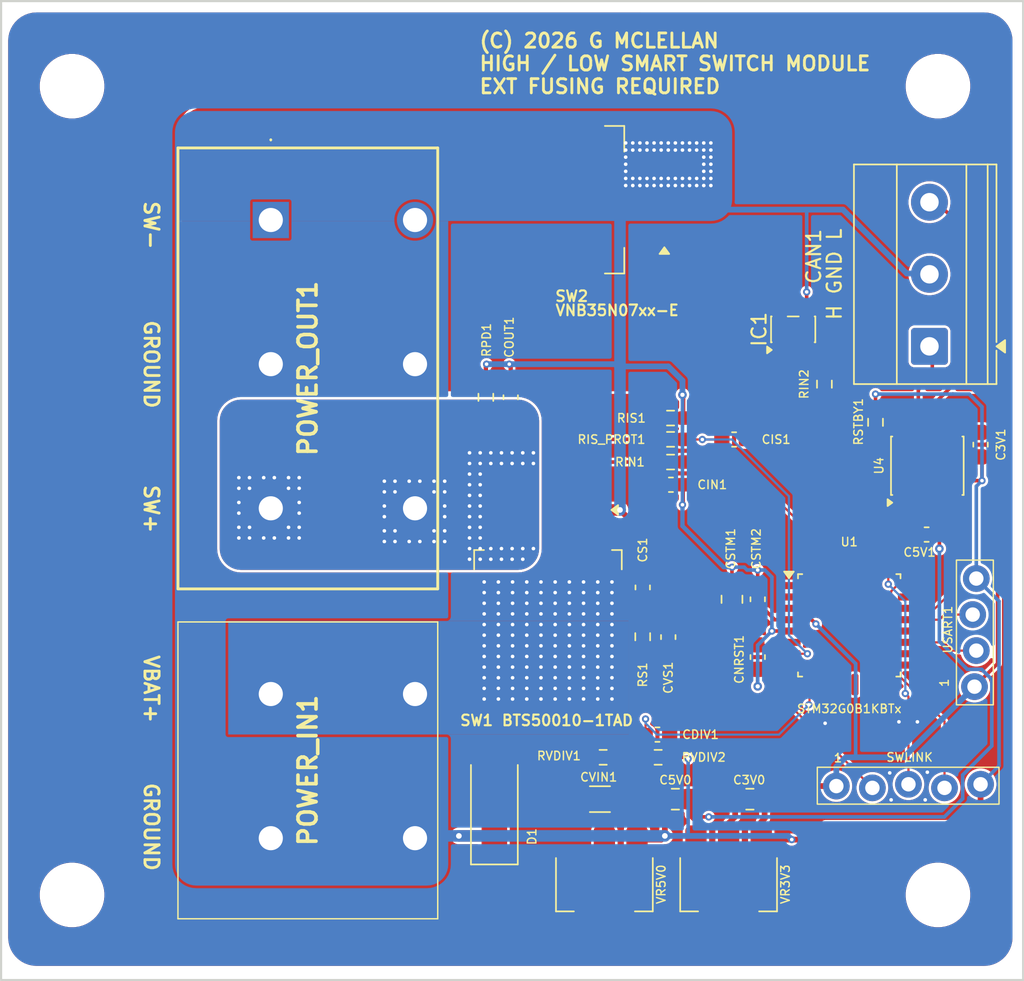
<source format=kicad_pcb>
(kicad_pcb (version 20241229) (generator "pcbnew") (generator_version "9.0")
  (layers (0 "F.Cu" signal) (2 "B.Cu" signal) (13 "F.Paste" user) (15 "B.Paste" user) (5 "F.SilkS" user "F.Silkscreen") (7 "B.SilkS" user "B.Silkscreen") (1 "F.Mask" user) (3 "B.Mask" user) (25 "Edge.Cuts" user))
  (net 0 "")
  (net 1 "GND")
  (net 2 "+3.3V")
  (net 3 "Net-(CS1-Pad1)")
  (net 4 "+12V")
  (net 5 "+5V")
  (net 6 "Net-(U4-STBY)")
  (net 7 "/SW1OUT")
  (net 8 "/SW1IS_PD")
  (net 9 "/SW1IN")
  (net 10 "/LOWSW")
  (net 11 "Net-(SW1-IN)")
  (net 12 "/SW2OUT")
  (net 13 "Net-(IC1-IN)")
  (net 15 "/SW2IN")
  (net 16 "/SW1IS")
  (net 19 "/CAN1_RX")
  (net 20 "/USART1_RX")
  (net 22 "/VS")
  (net 25 "/CAN1_TX")
  (net 39 "/USART1_TX")
  (net 41 "/CAN_H")
  (net 42 "/CAN_L")
  (net 43 "/SWCLK")
  (net 44 "/SWDIO")
  (net 45 "/NRST")
  (footprint "Resistor_SMD:R_0603_1608Metric_Pad0.98x0.95mm_HandSolder" (layer "F.Cu") (at 128.1625 98.49 180)
    (property "Reference" "RIN1")
    (property "Value" "4K7" (hide yes))
  )
  (footprint "Capacitor_SMD:C_0805_2012Metric_Pad1.18x1.45mm_HandSolder" (layer "F.Cu") (at 132.4875 108.1625 90)
    (property "Reference" "CSTM1")
    (property "Value" "4u7" (hide yes))
  )
  (footprint "Resistor_SMD:R_0603_1608Metric_Pad0.98x0.95mm_HandSolder" (layer "F.Cu") (at 127.2875 119.3 180)
    (property "Reference" "RVDIV2")
    (property "Value" "4K7" (hide yes))
  )
  (footprint "SamacSys_Parts:VP0265840000G" (layer "F.Cu") (at 100 114.84 -90)
    (property "Reference" "POWER_IN1")
    (property "Value" "PWRIN" (hide yes))
  )
  (footprint "Capacitor_SMD:C_1206_3216Metric_Pad1.33x1.80mm_HandSolder" (layer "F.Cu") (at 123.1875 122.25)
    (property "Reference" "CVIN1")
    (property "Value" "10u" (hide yes))
  )
  (footprint "Package_TO_SOT_SMD:TO-263-7_TabPin4" (layer "F.Cu") (at 119.525 109.515 -90)
    (property "Reference" "SW1")
    (property "Value" "BTS50010-1TAD")
  )
  (footprint "Capacitor_SMD:C_0603_1608Metric_Pad1.08x0.95mm_HandSolder" (layer "F.Cu") (at 132.6375 96.9)
    (property "Reference" "CIS1")
    (property "Value" "100n" (hide yes))
  )
  (footprint "Package_QFP:LQFP-32_7x7mm_P0.8mm" (layer "F.Cu") (at 140.75 110)
    (property "Reference" "U1")
    (property "Value" "STM32G0B1KBTx")
  )
  (footprint "Capacitor_SMD:C_0603_1608Metric_Pad1.08x0.95mm_HandSolder" (layer "F.Cu") (at 134.3 108.1625 90)
    (property "Reference" "CSTM2")
    (property "Value" "100n" (hide yes))
  )
  (footprint "Resistor_SMD:R_0603_1608Metric_Pad0.98x0.95mm_HandSolder" (layer "F.Cu") (at 123.4125 119.3 180)
    (property "Reference" "RVDIV1")
    (property "Value" "10K" (hide yes))
  )
  (footprint "Capacitor_SMD:C_0603_1608Metric_Pad1.08x0.95mm_HandSolder" (layer "F.Cu") (at 127.2375 117.7)
    (property "Reference" "CDIV1")
    (property "Value" "100n" (hide yes))
  )
  (footprint "MountingHole:MountingHole_4.3mm_M4" (layer "F.Cu") (at 147 129)
    (property "Reference" "H4" (hide yes))
    (property "Value" "M4 4.3mm" (hide yes))
  )
  (footprint "PCM_SparkFun-Semiconductor-Standard:SOT-223-3_TabPin2" (layer "F.Cu") (at 132.25 128.25 -90)
    (property "Reference" "VR3V3")
    (property "Value" "NCV1117ST33" (hide yes))
  )
  (footprint "Resistor_SMD:R_0603_1608Metric_Pad0.98x0.95mm_HandSolder" (layer "F.Cu") (at 115.15 93.9275 -90)
    (property "Reference" "RPD1")
    (property "Value" "47K" (hide yes))
  )
  (footprint "Capacitor_SMD:C_0603_1608Metric_Pad1.08x0.95mm_HandSolder" (layer "F.Cu") (at 116.9 93.9275 90)
    (property "Reference" "COUT1")
    (property "Value" "10n" (hide yes))
  )
  (footprint "Resistor_SMD:R_0603_1608Metric_Pad0.98x0.95mm_HandSolder" (layer "F.Cu") (at 126.2 110.8025 -90)
    (property "Reference" "RS1")
    (property "Value" "3R9" (hide yes))
  )
  (footprint "Resistor_SMD:R_0603_1608Metric_Pad0.98x0.95mm_HandSolder" (layer "F.Cu") (at 142.6 95.6875 -90)
    (property "Reference" "RSTBY1")
    (property "Value" "10K" (hide yes))
  )
  (footprint "TerminalBlock_Phoenix:TerminalBlock_Phoenix_MKDS-1,5-3-5.08_1x03_P5.08mm_Horizontal" (layer "F.Cu") (at 146.4 90.335 90)
    (property "Reference" "CAN1")
    (property "Value" "H GND L")
  )
  (footprint "Capacitor_SMD:C_0805_2012Metric_Pad1.18x1.45mm_HandSolder" (layer "F.Cu") (at 128.5 122.25 180)
    (property "Reference" "C5V0")
    (property "Value" "10u" (hide yes))
  )
  (footprint "Capacitor_SMD:C_0603_1608Metric_Pad1.08x0.95mm_HandSolder" (layer "F.Cu") (at 134.3 112.2375 -90)
    (property "Reference" "CNRST1")
    (property "Value" "100n" (hide yes))
  )
  (footprint "MountingHole:MountingHole_4.3mm_M4" (layer "F.Cu") (at 86 72)
    (property "Reference" "H1" (hide yes))
    (property "Value" "M4 4.3mm" (hide yes))
  )
  (footprint "Package_SO:SOIC-8_3.9x4.9mm_P1.27mm" (layer "F.Cu") (at 146.25 98.75 90)
    (property "Reference" "U4")
    (property "Value" "MCP2562-E-SN" (hide yes))
  )
  (footprint "PCM_SparkFun-Connector:1x04_P2.54mm_Locking" (layer "F.Cu") (at 149.573 114.32 90)
    (property "Reference" "J2")
    (property "Value" "USART1")
  )
  (footprint "SamacSys_Parts:VP0365840000G" (layer "F.Cu") (at 100 81.43 -90)
    (property "Reference" "POWER_OUT1")
    (property "Value" "VP0365840000G" (hide yes))
  )
  (footprint "Resistor_SMD:R_0603_1608Metric_Pad0.98x0.95mm_HandSolder" (layer "F.Cu") (at 139 93 90)
    (property "Reference" "RIN2")
    (property "Value" "1K0" (hide yes))
  )
  (footprint "Capacitor_SMD:C_0603_1608Metric_Pad1.08x0.95mm_HandSolder" (layer "F.Cu") (at 150 97.2625 -90)
    (property "Reference" "C3V1")
    (property "Value" "100n" (hide yes))
  )
  (footprint "MountingHole:MountingHole_4.3mm_M4" (layer "F.Cu") (at 86 129)
    (property "Reference" "H2" (hide yes))
    (property "Value" "M4 4.3mm" (hide yes))
  )
  (footprint "Capacitor_SMD:C_0603_1608Metric_Pad1.08x0.95mm_HandSolder" (layer "F.Cu") (at 128 110.8275 90)
    (property "Reference" "CVS1")
    (property "Value" "100n" (hide yes))
  )
  (footprint "Diode_SMD:D_SMA_Handsoldering" (layer "F.Cu") (at 115.75 122.34 90)
    (property "Reference" "D1")
    (property "Value" "33V" (hide yes))
  )
  (footprint "Package_TO_SOT_SMD:SOT-23-5" (layer "F.Cu") (at 136.8 89.1375 90)
    (property "Reference" "IC1")
    (property "Value" "MCP1416" (hide yes))
  )
  (footprint "Resistor_SMD:R_0603_1608Metric_Pad0.98x0.95mm_HandSolder" (layer "F.Cu") (at 128.1625 96.89 180)
    (property "Reference" "RIS_PROT1")
    (property "Value" "4K7" (hide yes))
  )
  (footprint "Capacitor_SMD:C_0603_1608Metric_Pad1.08x0.95mm_HandSolder" (layer "F.Cu") (at 126.2 107.3275 90)
    (property "Reference" "CS1")
    (property "Value" "4u7" (hide yes))
  )
  (footprint "Capacitor_SMD:C_0603_1608Metric_Pad1.08x0.95mm_HandSolder" (layer "F.Cu") (at 146.2 103.6 180)
    (property "Reference" "C5V1")
    (property "Value" "100n" (hide yes))
  )
  (footprint "MountingHole:MountingHole_4.3mm_M4" (layer "F.Cu") (at 147 72)
    (property "Reference" "H3" (hide yes))
    (property "Value" "M4 4.3mm" (hide yes))
  )
  (footprint "Resistor_SMD:R_0603_1608Metric_Pad0.98x0.95mm_HandSolder" (layer "F.Cu") (at 128.1625 95.39 180)
    (property "Reference" "RIS1")
    (property "Value" "1K0" (hide yes))
  )
  (footprint "Package_TO_SOT_SMD:TO-263-2" (layer "F.Cu") (at 120.075 80 180)
    (property "Reference" "SW2")
    (property "Value" "VNB35N07xx-E")
  )
  (footprint "Capacitor_SMD:C_0805_2012Metric_Pad1.18x1.45mm_HandSolder" (layer "F.Cu") (at 133.75 122.25)
    (property "Reference" "C3V0")
    (property "Value" "10u" (hide yes))
  )
  (footprint "PCM_SparkFun-Semiconductor-Standard:SOT-223-3_TabPin2" (layer "F.Cu") (at 123.5 128.25 -90)
    (property "Reference" "VR5V0")
    (property "Value" "NCV1117ST50" (hide yes))
  )
  (footprint "PCM_SparkFun-Connector:1x05_P2.54mm_Locking" (layer "F.Cu") (at 139.84 121.327)
    (property "Reference" "J1" (hide yes))
    (property "Value" "SWLINK")
  )
  (footprint "Capacitor_SMD:C_0603_1608Metric_Pad1.08x0.95mm_HandSolder" (layer "F.Cu") (at 128.1875 100.09)
    (property "Reference" "CIN1")
    (property "Value" "150n" (hide yes))
  )
  (gr_rect (start 138.5 120) (end 151.3 122.6) (stroke (width 0.1)) (fill no) (layer "F.SilkS"))
  (gr_rect (start 148.3 105.4) (end 150.9 115.6) (stroke (width 0.1)) (fill no) (layer "F.SilkS"))
  (gr_rect (start 81 66) (end 153 135) (stroke (width 0.1524)) (fill no) (layer "Edge.Cuts"))
  (gr_text "GROUND" (at 91 88.4 270) (layer "F.SilkS") (effects (font (size 1 1) (thickness 0.2) (bold yes)) (justify left bottom)))
  (gr_text "SW-" (at 91 80 270) (layer "F.SilkS") (effects (font (size 1 1) (thickness 0.2) (bold yes)) (justify left bottom)))
  (gr_text "1" (at 147.8 114.4 90) (layer "F.SilkS") (effects (font (size 0.6 0.6) (thickness 0.1)) (justify left bottom)))
  (gr_text "SW+\n" (at 91 100 270) (layer "F.SilkS") (effects (font (size 1 1) (thickness 0.2) (bold yes)) (justify left bottom)))
  (gr_text "GROUND" (at 91 121 270) (layer "F.SilkS") (effects (font (size 1 1) (thickness 0.2) (bold yes)) (justify left bottom)))
  (gr_text "VBAT+" (at 91 112 270) (layer "F.SilkS") (effects (font (size 1 1) (thickness 0.2) (bold yes)) (justify left bottom)))
  (gr_text "(C) 2026 G MCLELLAN\nHIGH / LOW SMART SWITCH MODULE\nEXT FUSING REQUIRED" (at 114.6 72.6 0) (layer "F.SilkS") (effects (font (size 1 1) (thickness 0.2) (bold yes)) (justify left bottom)))
  (gr_text "1" (at 139.6 119.7 0) (layer "F.SilkS") (effects (font (size 0.6 0.6) (thickness 0.1)) (justify left bottom)))
  (segment (start 126.2 106.465) (end 127.375 106.465) (width 0.305) (layer "F.Cu") (net 1))
  (segment (start 136.7 125.1) (end 138.1 125.1) (width 0.406) (layer "F.Cu") (net 1))
  (segment (start 136.575 110.4) (end 135.3 110.4) (width 0.254) (layer "F.Cu") (net 1))
  (segment (start 134.55 125.1) (end 134.55 123.85) (width 0.406) (layer "F.Cu") (net 1))
  (segment (start 134.3 107.3) (end 134.3 106.1) (width 0.254) (layer "F.Cu") (net 1))
  (segment (start 128 107.09) (end 128 109.965) (width 0.305) (layer "F.Cu") (net 1))
  (segment (start 145.615 102.285) (end 145.615 101.225) (width 0.254) (layer "F.Cu") (net 1))
  (segment (start 125.8 125.1) (end 127.5 125.1) (width 0.406) (layer "F.Cu") (net 1))
  (segment (start 150.1 99.8) (end 150.1 98.225) (width 0.254) (layer "F.Cu") (net 1))
  (segment (start 150 123.2) (end 150 121.2) (width 0.406) (layer "F.Cu") (net 1))
  (segment (start 134.55 123.85) (end 134.8 123.6) (width 0.406) (layer "F.Cu") (net 1))
  (segment (start 149.1 124.1) (end 150 123.2) (width 0.406) (layer "F.Cu") (net 1))
  (segment (start 133.5 95.8) (end 133.09 95.39) (width 0.1524) (layer "F.Cu") (net 1))
  (segment (start 132.4875 107.125) (end 132.4875 105.9125) (width 0.254) (layer "F.Cu") (net 1))
  (segment (start 115.15 91.64) (end 115.2 91.59) (width 0.305) (layer "F.Cu") (net 1))
  (segment (start 115.15 93.015) (end 115.15 91.64) (width 0.305) (layer "F.Cu") (net 1))
  (segment (start 145.615 99.985) (end 145.615 101.225) (width 0.254) (layer "F.Cu") (net 1))
  (segment (start 115.75 124.84) (end 113.25 124.84) (width 0.8128) (layer "F.Cu") (net 1))
  (segment (start 139.1 124.1) (end 149.1 124.1) (width 0.406) (layer "F.Cu") (net 1))
  (segment (start 125.8 124.6) (end 124.75 123.55) (width 0.406) (layer "F.Cu") (net 1))
  (segment (start 127.5 125.1) (end 127.76 124.84) (width 0.406) (layer "F.Cu") (net 1))
  (segment (start 132.4875 105.9125) (end 132.5 105.9) (width 0.254) (layer "F.Cu") (net 1))
  (segment (start 138.1 125.1) (end 139.1 124.1) (width 0.406) (layer "F.Cu") (net 1))
  (segment (start 124.6 101.865) (end 123.335 101.865) (width 0.8128) (layer "F.Cu") (net 1))
  (segment (start 128.2 119.3) (end 129.3 119.3) (width 0.254) (layer "F.Cu") (net 1))
  (segment (start 134.3 113.1) (end 134.3 114.3) (width 0.254) (layer "F.Cu") (net 1))
  (segment (start 142.6 94.775) (end 142.6 93.7) (width 0.254) (layer "F.Cu") (net 1))
  (segment (start 127.76 123.76) (end 127.4625 123.4625) (width 0.406) (layer "F.Cu") (net 1))
  (segment (start 128.1 117.7) (end 128.1 119.2) (width 0.254) (layer "F.Cu") (net 1))
  (segment (start 145.3375 103.6) (end 145.3375 102.5625) (width 0.254) (layer "F.Cu") (net 1))
  (segment (start 133.5 96.9) (end 133.5 95.8) (width 0.1524) (layer "F.Cu") (net 1))
  (segment (start 127.375 106.465) (end 128 107.09) (width 0.305) (layer "F.Cu") (net 1))
  (segment (start 129 93.75) (end 129.075 93.825) (width 0.254) (layer "F.Cu") (net 1))
  (segment (start 116.9 91.69) (end 116.8 91.59) (width 0.305) (layer "F.Cu") (net 1))
  (segment (start 134.7875 123.5875) (end 134.7875 122.25) (width 0.406) (layer "F.Cu") (net 1))
  (segment (start 128.1 119.2) (end 128.2 119.3) (width 0.254) (layer "F.Cu") (net 1))
  (segment (start 127.76 124.84) (end 127.76 123.76) (width 0.406) (layer "F.Cu") (net 1))
  (segment (start 145.3375 102.5625) (end 145.615 102.285) (width 0.254) (layer "F.Cu") (net 1))
  (segment (start 129.05 101.45) (end 129.05 100.09) (width 0.254) (layer "F.Cu") (net 1))
  (segment (start 129.3 119.3) (end 129.4 119.4) (width 0.254) (layer "F.Cu") (net 1))
  (segment (start 124.75 123.55) (end 124.75 122.25) (width 0.406) (layer "F.Cu") (net 1))
  (segment (start 126.2 106.465) (end 126.2 103.465) (width 0.406) (layer "F.Cu") (net 1))
  (segment (start 134.8 123.6) (end 134.7875 123.5875) (width 0.406) (layer "F.Cu") (net 1))
  (segment (start 129.075 93.825) (end 129.075 95.39) (width 0.254) (layer "F.Cu") (net 1))
  (segment (start 116.9 93.065) (end 116.9 91.69) (width 0.305) (layer "F.Cu") (net 1))
  (segment (start 125.8 125.1) (end 125.8 124.6) (width 0.406) (layer "F.Cu") (net 1))
  (segment (start 129 101.5) (end 129.05 101.45) (width 0.254) (layer "F.Cu") (net 1))
  (segment (start 134.55 125.1) (end 136.7 125.1) (width 0.406) (layer "F.Cu") (net 1))
  (segment (start 150.1 98.225) (end 150 98.125) (width 0.254) (layer "F.Cu") (net 1))
  (segment (start 133.09 95.39) (end 129.075 95.39) (width 0.1524) (layer "F.Cu") (net 1))
  (segment (start 137.75 88) (end 137.75 86.5) (width 0.254) (layer "F.Cu") (net 1))
  (segment (start 126.2 103.465) (end 124.6 101.865) (width 0.406) (layer "F.Cu") (net 1))
  (segment (start 127.4625 123.4625) (end 127.4625 122.25) (width 0.406) (layer "F.Cu") (net 1))
  (segment (start 150.1 99.8) (end 145.8 99.8) (width 0.254) (layer "F.Cu") (net 1))
  (segment (start 145.8 99.8) (end 145.615 99.985) (width 0.254) (layer "F.Cu") (net 1))
  (via (at 125.5 76) (size 0.508) (drill 0.254) (layers "F.Cu" "B.Cu") (net 1))
  (via (at 127 76.5) (size 0.508) (drill 0.254) (layers "F.Cu" "B.Cu") (net 1))
  (via (at 127.76 124.84) (size 0.8) (drill 0.4) (layers "F.Cu" "B.Cu") (net 1))
  (via (at 126.5 78.5) (size 0.508) (drill 0.254) (layers "F.Cu" "B.Cu") (net 1))
  (via (at 130.5 76.5) (size 0.508) (drill 0.254) (layers "F.Cu" "B.Cu") (net 1))
  (via (at 134.3 106.1) (size 0.508) (drill 0.254) (layers "F.Cu" "B.Cu") (net 1))
  (via (at 130 78.5) (size 0.508) (drill 0.254) (layers "F.Cu" "B.Cu") (net 1))
  (via (at 129.5 76.5) (size 0.508) (drill 0.254) (layers "F.Cu" "B.Cu") (net 1))
  (via (at 128.5 79) (size 0.508) (drill 0.254) (layers "F.Cu" "B.Cu") (net 1))
  (via (at 129 78.5) (size 0.508) (drill 0.254) (layers "F.Cu" "B.Cu") (net 1))
  (via (at 125.5 76.5) (size 0.508) (drill 0.254) (layers "F.Cu" "B.Cu") (net 1))
  (via (at 125 77) (size 0.508) (drill 0.254) (layers "F.Cu" "B.Cu") (net 1))
  (via (at 129 76) (size 0.508) (drill 0.254) (layers "F.Cu" "B.Cu") (net 1))
  (via (at 131 76.5) (size 0.508) (drill 0.254) (layers "F.Cu" "B.Cu") (net 1))
  (via (at 125 77.5) (size 0.508) (drill 0.254) (layers "F.Cu" "B.Cu") (net 1))
  (via (at 126 78.5) (size 0.508) (drill 0.254) (layers "F.Cu" "B.Cu") (net 1))
  (via (at 129 93.75) (size 0.6) (drill 0.3) (layers "F.Cu" "B.Cu") (net 1))
  (via (at 130.5 78.5) (size 0.508) (drill 0.254) (layers "F.Cu" "B.Cu") (net 1))
  (via (at 124.6 101.865) (size 0.8) (drill 0.4) (layers "F.Cu" "B.Cu") (net 1))
  (via (at 127.5 78.5) (size 0.508) (drill 0.254) (layers "F.Cu" "B.Cu") (net 1))
  (via (at 125.5 78.5) (size 0.508) (drill 0.254) (layers "F.Cu" "B.Cu") (net 1))
  (via (at 127.5 76.5) (size 0.508) (drill 0.254) (layers "F.Cu" "B.Cu") (net 1))
  (via (at 129 79) (size 0.508) (drill 0.254) (layers "F.Cu" "B.Cu") (net 1))
  (via (at 129 101.5) (size 0.508) (drill 0.254) (layers "F.Cu" "B.Cu") (net 1))
  (via (at 127.5 79) (size 0.508) (drill 0.254) (layers "F.Cu" "B.Cu") (net 1))
  (via (at 127 79) (size 0.508) (drill 0.254) (layers "F.Cu" "B.Cu") (net 1))
  (via (at 125 78) (size 0.508) (drill 0.254) (layers "F.Cu" "B.Cu") (net 1))
  (via (at 127 78.5) (size 0.508) (drill 0.254) (layers "F.Cu" "B.Cu") (net 1))
  (via (at 128 76.5) (size 0.508) (drill 0.254) (layers "F.Cu" "B.Cu") (net 1))
  (via (at 125 78.5) (size 0.508) (drill 0.254) (layers "F.Cu" "B.Cu") (net 1))
  (via (at 135.3 110.4) (size 0.508) (drill 0.254) (layers "F.Cu" "B.Cu") (net 1))
  (via (at 130 79) (size 0.508) (drill 0.254) (layers "F.Cu" "B.Cu") (net 1))
  (via (at 125 76) (size 0.508) (drill 0.254) (layers "F.Cu" "B.Cu") (net 1))
  (via (at 130.5 79) (size 0.508) (drill 0.254) (layers "F.Cu" "B.Cu") (net 1))
  (via (at 113.25 124.84) (size 0.8) (drill 0.4) (layers "F.Cu" "B.Cu") (net 1))
  (via (at 126 76.5) (size 0.508) (drill 0.254) (layers "F.Cu" "B.Cu") (net 1))
  (via (at 134.3 114.3) (size 0.6) (drill 0.3) (layers "F.Cu" "B.Cu") (net 1))
  (via (at 130 76.5) (size 0.508) (drill 0.254) (layers "F.Cu" "B.Cu") (net 1))
  (via (at 125 76.5) (size 0.508) (drill 0.254) (layers "F.Cu" "B.Cu") (net 1))
  (via (at 126 79) (size 0.508) (drill 0.254) (layers "F.Cu" "B.Cu") (net 1))
  (via (at 116.8 91.59) (size 0.508) (drill 0.254) (layers "F.Cu" "B.Cu") (net 1))
  (via (at 125.5 79) (size 0.508) (drill 0.254) (layers "F.Cu" "B.Cu") (net 1))
  (via (at 127 76) (size 0.508) (drill 0.254) (layers "F.Cu" "B.Cu") (net 1))
  (via (at 126.5 76) (size 0.508) (drill 0.254) (layers "F.Cu" "B.Cu") (net 1))
  (via (at 131 77.5) (size 0.508) (drill 0.254) (layers "F.Cu" "B.Cu") (net 1))
  (via (at 130.5 77.5) (size 0.508) (drill 0.254) (layers "F.Cu" "B.Cu") (net 1))
  (via (at 137.75 86.5) (size 0.508) (drill 0.254) (layers "F.Cu" "B.Cu") (net 1))
  (via (at 128 79) (size 0.508) (drill 0.254) (layers "F.Cu" "B.Cu") (net 1))
  (via (at 130.5 76) (size 0.508) (drill 0.254) (layers "F.Cu" "B.Cu") (net 1))
  (via (at 150.1 99.8) (size 0.508) (drill 0.254) (layers "F.Cu" "B.Cu") (net 1))
  (via (at 131 77) (size 0.508) (drill 0.254) (layers "F.Cu" "B.Cu") (net 1))
  (via (at 131 79) (size 0.508) (drill 0.254) (layers "F.Cu" "B.Cu") (net 1))
  (via (at 127.5 76) (size 0.508) (drill 0.254) (layers "F.Cu" "B.Cu") (net 1))
  (via (at 131 78) (size 0.508) (drill 0.254) (layers "F.Cu" "B.Cu") (net 1))
  (via (at 125 79) (size 0.508) (drill 0.254) (layers "F.Cu" "B.Cu") (net 1))
  (via (at 136.7 125.1) (size 0.508) (drill 0.254) (layers "F.Cu" "B.Cu") (net 1))
  (via (at 142.6 93.7) (size 0.508) (drill 0.254) (layers "F.Cu" "B.Cu") (net 1))
  (via (at 128.5 76) (size 0.508) (drill 0.254) (layers "F.Cu" "B.Cu") (net 1))
  (via (at 129.4 119.4) (size 0.508) (drill 0.254) (layers "F.Cu" "B.Cu") (net 1))
  (via (at 131 76) (size 0.508) (drill 0.254) (layers "F.Cu" "B.Cu") (net 1))
  (via (at 130.5 77) (size 0.508) (drill 0.254) (layers "F.Cu" "B.Cu") (net 1))
  (via (at 115.2 91.59) (size 0.508) (drill 0.254) (layers "F.Cu" "B.Cu") (net 1))
  (via (at 130 76) (size 0.508) (drill 0.254) (layers "F.Cu" "B.Cu") (net 1))
  (via (at 126.5 76.5) (size 0.508) (drill 0.254) (layers "F.Cu" "B.Cu") (net 1))
  (via (at 130.5 78) (size 0.508) (drill 0.254) (layers "F.Cu" "B.Cu") (net 1))
  (via (at 128.5 76.5) (size 0.508) (drill 0.254) (layers "F.Cu" "B.Cu") (net 1))
  (via (at 129.5 76) (size 0.508) (drill 0.254) (layers "F.Cu" "B.Cu") (net 1))
  (via (at 129 76.5) (size 0.508) (drill 0.254) (layers "F.Cu" "B.Cu") (net 1))
  (via (at 126.5 79) (size 0.508) (drill 0.254) (layers "F.Cu" "B.Cu") (net 1))
  (via (at 132.5 105.9) (size 0.508) (drill 0.254) (layers "F.Cu" "B.Cu") (net 1))
  (via (at 126 76) (size 0.508) (drill 0.254) (layers "F.Cu" "B.Cu") (net 1))
  (via (at 129.5 78.5) (size 0.508) (drill 0.254) (layers "F.Cu" "B.Cu") (net 1))
  (via (at 129.5 79) (size 0.508) (drill 0.254) (layers "F.Cu" "B.Cu") (net 1))
  (via (at 131 78.5) (size 0.508) (drill 0.254) (layers "F.Cu" "B.Cu") (net 1))
  (via (at 128.5 78.5) (size 0.508) (drill 0.254) (layers "F.Cu" "B.Cu") (net 1))
  (via (at 128 78.5) (size 0.508) (drill 0.254) (layers "F.Cu" "B.Cu") (net 1))
  (via (at 128 76) (size 0.508) (drill 0.254) (layers "F.Cu" "B.Cu") (net 1))
  (segment (start 149.7 100.2) (end 150.1 99.8) (width 0.254) (layer "B.Cu") (net 1))
  (segment (start 146.8675 85.2) (end 144.8 85.2) (width 0.406) (layer "B.Cu") (net 1))
  (segment (start 151.3 119.9) (end 150 121.2) (width 0.254) (layer "B.Cu") (net 1))
  (segment (start 129 93.75) (end 129 92.75) (width 0.406) (layer "B.Cu") (net 1))
  (segment (start 129 103) (end 129 101.5) (width 0.305) (layer "B.Cu") (net 1))
  (segment (start 133.35 105.9) (end 132.5 105.9) (width 0.254) (layer "B.Cu") (net 1))
  (segment (start 124.6 93.89) (end 124.6 101.865) (width 0.8128) (layer "B.Cu") (net 1))
  (segment (start 124.6 80.35) (end 124.5 80.25) (width 0.8128) (layer "B.Cu") (net 1))
  (segment (start 124.6 91.75) (end 124.6 80.35) (width 0.8128) (layer "B.Cu") (net 1))
  (segment (start 134.3 111.4) (end 134.3 114.3) (width 0.254) (layer "B.Cu") (net 1))
  (segment (start 137.75 80.75) (end 137.7 80.7) (width 0.254) (layer "B.Cu") (net 1))
  (segment (start 151.3 108.3) (end 149.7 106.7) (width 0.254) (layer "B.Cu") (net 1))
  (segment (start 133.55 106.1) (end 133.35 105.9) (width 0.254) (layer "B.Cu") (net 1))
  (segment (start 135.3 106.6) (end 134.8 106.1) (width 0.254) (layer "B.Cu") (net 1))
  (segment (start 127.76 124.84) (end 129.4 124.84) (width 0.406) (layer "B.Cu") (net 1))
  (segment (start 124.44 91.59) (end 124.6 91.75) (width 0.61) (layer "B.Cu") (net 1))
  (segment (start 115.2 91.59) (end 124.44 91.59) (width 0.406) (layer "B.Cu") (net 1))
  (segment (start 137.75 86.5) (end 137.75 80.75) (width 0.254) (layer "B.Cu") (net 1))
  (segment (start 135.3 110.4) (end 135.3 106.6) (width 0.254) (layer "B.Cu") (net 1))
  (segment (start 134.8 106.1) (end 134.3 106.1) (width 0.254) (layer "B.Cu") (net 1))
  (segment (start 134.3 106.1) (end 133.55 106.1) (width 0.254) (layer "B.Cu") (net 1))
  (segment (start 149.7 106.7) (end 149.7 100.2) (width 0.254) (layer "B.Cu") (net 1))
  (segment (start 132.5 105.9) (end 131.9 105.9) (width 0.305) (layer "B.Cu") (net 1))
  (segment (start 149.2 93.7) (end 142.6 93.7) (width 0.254) (layer "B.Cu") (net 1))
  (segment (start 129 101.5) (end 129 93.75) (width 0.254) (layer "B.Cu") (net 1))
  (segment (start 129 92.75) (end 128 91.75) (width 0.406) (layer "B.Cu") (net 1))
  (segment (start 135.3 110.4) (end 134.3 111.4) (width 0.254) (layer "B.Cu") (net 1))
  (segment (start 150.1 94.6) (end 149.2 93.7) (width 0.254) (layer "B.Cu") (net 1))
  (segment (start 110.32 124.84) (end 110.16 125) (width 0.61) (layer "B.Cu") (net 1))
  (segment (start 136.44 124.84) (end 136.7 125.1) (width 0.406) (layer "B.Cu") (net 1))
  (segment (start 151.3 119.9) (end 151.3 108.3) (width 0.254) (layer "B.Cu") (net 1))
  (segment (start 137.7 80.7) (end 131.2 80.7) (width 0.406) (layer "B.Cu") (net 1))
  (segment (start 128 91.75) (end 124.6 91.75) (width 0.406) (layer "B.Cu") (net 1))
  (segment (start 113.25 124.84) (end 127.76 124.84) (width 0.8128) (layer "B.Cu") (net 1))
  (segment (start 140.3 80.7) (end 137.7 80.7) (width 0.406) (layer "B.Cu") (net 1))
  (segment (start 131.9 105.9) (end 129 103) (width 0.305) (layer "B.Cu") (net 1))
  (segment (start 129.4 119.4) (end 129.4 124.84) (width 0.254) (layer "B.Cu") (net 1))
  (segment (start 146.9225 85.255) (end 146.8675 85.2) (width 0.406) (layer "B.Cu") (net 1))
  (segment (start 144.8 85.2) (end 140.3 80.7) (width 0.406) (layer "B.Cu") (net 1))
  (segment (start 150.1 99.8) (end 150.1 94.6) (width 0.254) (layer "B.Cu") (net 1))
  (segment (start 113.25 124.84) (end 110.32 124.84) (width 0.8128) (layer "B.Cu") (net 1))
  (segment (start 124.6 93.89) (end 124.6 91.75) (width 0.8128) (layer "B.Cu") (net 1))
  (segment (start 129.4 124.84) (end 136.44 124.84) (width 0.406) (layer "B.Cu") (net 1))
  (segment (start 135.5 109.6) (end 134.925 109.025) (width 0.254) (layer "F.Cu") (net 2))
  (segment (start 133.4 120.4) (end 137.6 120.4) (width 0.406) (layer "F.Cu") (net 2))
  (segment (start 136.575 109.6) (end 138.1 109.6) (width 0.254) (layer "F.Cu") (net 2))
  (segment (start 132.7125 123.4875) (end 132.7125 122.25) (width 0.406) (layer "F.Cu") (net 2))
  (segment (start 136.575 109.6) (end 135.5 109.6) (width 0.254) (layer "F.Cu") (net 2))
  (segment (start 151.2 97) (end 151.2 112.693) (width 0.254) (layer "F.Cu") (net 2))
  (segment (start 132.25 125.1) (end 132.25 123.95) (width 0.406) (layer "F.Cu") (net 2))
  (segment (start 138.527 121.327) (end 137.6 120.4) (width 0.406) (layer "F.Cu") (net 2))
  (segment (start 148.28 96.4) (end 148.155 96.275) (width 0.1524) (layer "F.Cu") (net 2))
  (segment (start 150.6 96.4) (end 151.2 97) (width 0.254) (layer "F.Cu") (net 2))
  (segment (start 150 96.4) (end 150.6 96.4) (width 0.254) (layer "F.Cu") (net 2))
  (segment (start 139.84 121.327) (end 138.527 121.327) (width 0.406) (layer "F.Cu") (net 2))
  (segment (start 132.25 123.95) (end 132.7125 123.4875) (width 0.406) (layer "F.Cu") (net 2))
  (segment (start 150 96.4) (end 148.28 96.4) (width 0.254) (layer "F.Cu") (net 2))
  (segment (start 132.6625 109.025) (end 132.4875 109.2) (width 0.1524) (layer "F.Cu") (net 2))
  (segment (start 132.7125 121.0875) (end 133.4 120.4) (width 0.406) (layer "F.Cu") (net 2))
  (segment (start 132.25 131.4) (end 132.25 125.1) (width 0.406) (layer "F.Cu") (net 2))
  (segment (start 138.1 109.6) (end 138.4 109.9) (width 0.254) (layer "F.Cu") (net 2))
  (segment (start 132.7125 122.25) (end 132.7125 121.0875) (width 0.406) (layer "F.Cu") (net 2))
  (segment (start 134.3 109.025) (end 132.6625 109.025) (width 0.254) (layer "F.Cu") (net 2))
  (segment (start 134.925 109.025) (end 134.3 109.025) (width 0.254) (layer "F.Cu") (net 2))
  (segment (start 151.2 112.693) (end 149.573 114.32) (width 0.254) (layer "F.Cu") (net 2))
  (via (at 138.4 109.9) (size 0.508) (drill 0.254) (layers "F.Cu" "B.Cu") (net 2))
  (segment (start 144.593 119.3) (end 141.2 119.3) (width 0.406) (layer "B.Cu") (net 2))
  (segment (start 140.5 119.3) (end 139.84 119.96) (width 0.406) (layer "B.Cu") (net 2))
  (segment (start 138.4 109.9) (end 141.2 112.7) (width 0.254) (layer "B.Cu") (net 2))
  (segment (start 149.573 114.32) (end 144.593 119.3) (width 0.406) (layer "B.Cu") (net 2))
  (segment (start 141.2 112.7) (end 141.2 119.3) (width 0.254) (layer "B.Cu") (net 2))
  (segment (start 139.84 119.96) (end 139.84 121.327) (width 0.406) (layer "B.Cu") (net 2))
  (segment (start 141.2 119.3) (end 140.5 119.3) (width 0.406) (layer "B.Cu") (net 2))
  (segment (start 126.2 109.89) (end 126.2 108.19) (width 0.305) (layer "F.Cu") (net 3))
  (segment (start 121.2 124) (end 121.625 123.575) (width 0.406) (layer "F.Cu") (net 4))
  (segment (start 121.2 125.1) (end 121.2 124) (width 0.406) (layer "F.Cu") (net 4))
  (segment (start 121.625 123.575) (end 121.625 122.25) (width 0.406) (layer "F.Cu") (net 4))
  (segment (start 118.16 122.25) (end 121.625 122.25) (width 0.406) (layer "F.Cu") (net 4))
  (segment (start 136.8 94.2) (end 136.75 94.25) (width 0.254) (layer "F.Cu") (net 4))
  (segment (start 136.8 90.275) (end 136.8 94.2) (width 0.254) (layer "F.Cu") (net 4))
  (segment (start 122.35 108.19) (end 119.525 111.015) (width 0.254) (layer "F.Cu") (net 4))
  (segment (start 115.75 119.84) (end 118.16 122.25) (width 0.406) (layer "F.Cu") (net 4))
  (via (at 119.032155 114.442587) (size 0.508) (drill 0.254) (layers "F.Cu" "B.Cu") (net 4))
  (via (at 120.032155 108.442587) (size 0.508) (drill 0.254) (layers "F.Cu" "B.Cu") (net 4))
  (via (at 124.032155 106.942587) (size 0.508) (drill 0.254) (layers "F.Cu" "B.Cu") (net 4))
  (via (at 117.032155 113.692587) (size 0.508) (drill 0.254) (layers "F.Cu" "B.Cu") (net 4))
  (via (at 115.032155 113.692587) (size 0.508) (drill 0.254) (layers "F.Cu" "B.Cu") (net 4))
  (via (at 117.032155 111.442587) (size 0.508) (drill 0.254) (layers "F.Cu" "B.Cu") (net 4))
  (via (at 117.032155 112.192587) (size 0.508) (drill 0.254) (layers "F.Cu" "B.Cu") (net 4))
  (via (at 123.032155 111.442587) (size 0.508) (drill 0.254) (layers "F.Cu" "B.Cu") (net 4))
  (via (at 116.032155 107.692587) (size 0.508) (drill 0.254) (layers "F.Cu" "B.Cu") (net 4))
  (via (at 116.032155 111.442587) (size 0.508) (drill 0.254) (layers "F.Cu" "B.Cu") (net 4))
  (via (at 119.032155 109.192587) (size 0.508) (drill 0.254) (layers "F.Cu" "B.Cu") (net 4))
  (via (at 122.032155 110.692587) (size 0.508) (drill 0.254) (layers "F.Cu" "B.Cu") (net 4))
  (via (at 115.032155 106.942587) (size 0.508) (drill 0.254) (layers "F.Cu" "B.Cu") (net 4))
  (via (at 123.032155 108.442587) (size 0.508) (drill 0.254) (layers "F.Cu" "B.Cu") (net 4))
  (via (at 115.032155 112.942587) (size 0.508) (drill 0.254) (layers "F.Cu" "B.Cu") (net 4))
  (via (at 115.032155 111.442587) (size 0.508) (drill 0.254) (layers "F.Cu" "B.Cu") (net 4))
  (via (at 118.032155 115.192587) (size 0.508) (drill 0.254) (layers "F.Cu" "B.Cu") (net 4))
  (via (at 119.032155 108.442587) (size 0.508) (drill 0.254) (layers "F.Cu" "B.Cu") (net 4))
  (via (at 123.032155 114.442587) (size 0.508) (drill 0.254) (layers "F.Cu" "B.Cu") (net 4))
  (via (at 124.032155 109.192587) (size 0.508) (drill 0.254) (layers "F.Cu" "B.Cu") (net 4))
  (via (at 123.032155 109.942587) (size 0.508) (drill 0.254) (layers "F.Cu" "B.Cu") (net 4))
  (via (at 115.032155 107.692587) (size 0.508) (drill 0.254) (layers "F.Cu" "B.Cu") (net 4))
  (via (at 124.032155 110.692587) (size 0.508) (drill 0.254) (layers "F.Cu" "B.Cu") (net 4))
  (via (at 120.032155 106.942587) (size 0.508) (drill 0.254) (layers "F.Cu" "B.Cu") (net 4))
  (via (at 118.032155 110.692587) (size 0.508) (drill 0.254) (layers "F.Cu" "B.Cu") (net 4))
  (via (at 116.032155 114.442587) (size 0.508) (drill 0.254) (layers "F.Cu" "B.Cu") (net 4))
  (via (at 120.032155 111.442587) (size 0.508) (drill 0.254) (layers "F.Cu" "B.Cu") (net 4))
  (via (at 120.032155 112.942587) (size 0.508) (drill 0.254) (layers "F.Cu" "B.Cu") (net 4))
  (via (at 121.032155 110.692587) (size 0.508) (drill 0.254) (layers "F.Cu" "B.Cu") (net 4))
  (via (at 119.032155 109.942587) (size 0.508) (drill 0.254) (layers "F.Cu" "B.Cu") (net 4))
  (via (at 123.032155 115.192587) (size 0.508) (drill 0.254) (layers "F.Cu" "B.Cu") (net 4))
  (via (at 123.032155 107.692587) (size 0.508) (drill 0.254) (layers "F.Cu" "B.Cu") (net 4))
  (via (at 118.032155 112.942587) (size 0.508) (drill 0.254) (layers "F.Cu" "B.Cu") (net 4))
  (via (at 122.032155 113.692587) (size 0.508) (drill 0.254) (layers "F.Cu" "B.Cu") (net 4))
  (via (at 115.032155 114.442587) (size 0.508) (drill 0.254) (layers "F.Cu" "B.Cu") (net 4))
  (via (at 145.55 116.8) (size 0.508) (drill 0.254) (layers "F.Cu" "B.Cu") (net 4))
  (via (at 119.032155 113.692587) (size 0.508) (drill 0.254) (layers "F.Cu" "B.Cu") (net 4))
  (via (at 124.032155 113.692587) (size 0.508) (drill 0.254) (layers "F.Cu" "B.Cu") (net 4))
  (via (at 118.032155 109.192587) (size 0.508) (drill 0.254) (layers "F.Cu" "B.Cu") (net 4))
  (via (at 120.032155 112.192587) (size 0.508) (drill 0.254) (layers "F.Cu" "B.Cu") (net 4))
  (via (at 118.032155 108.442587) (size 0.508) (drill 0.254) (layers "F.Cu" "B.Cu") (net 4))
  (via (at 118.032155 112.192587) (size 0.508) (drill 0.254) (layers "F.Cu" "B.Cu") (net 4))
  (via (at 117.032155 108.442587) (size 0.508) (drill 0.254) (layers "F.Cu" "B.Cu") (net 4))
  (via (at 122.032155 115.192587) (size 0.508) (drill 0.254) (layers "F.Cu" "B.Cu") (net 4))
  (via (at 117.032155 114.442587) (size 0.508) (drill 0.254) (layers "F.Cu" "B.Cu") (net 4))
  (via (at 124.032155 114.442587) (size 0.508) (drill 0.254) (layers "F.Cu" "B.Cu") (net 4))
  (via (at 116.032155 109.192587) (size 0.508) (drill 0.254) (layers "F.Cu" "B.Cu") (net 4))
  (via (at 121.032155 106.942587) (size 0.508) (drill 0.254) (layers "F.Cu" "B.Cu") (net 4))
  (via (at 115.032155 109.942587) (size 0.508) (drill 0.254) (layers "F.Cu" "B.Cu") (net 4))
  (via (at 119.032155 110.692587) (size 0.508) (drill 0.254) (layers "F.Cu" "B.Cu") (net 4))
  (via (at 124.032155 109.942587) (size 0.508) (drill 0.254) (layers "F.Cu" "B.Cu") (net 4))
  (via (at 119.032155 115.192587) (size 0.508) (drill 0.254) (layers "F.Cu" "B.Cu") (net 4))
  (via (at 119.032155 112.192587) (size 0.508) (drill 0.254) (layers "F.Cu" "B.Cu") (net 4))
  (via (at 117.032155 107.692587) (size 0.508) (drill 0.254) (layers "F.Cu" "B.Cu") (net 4))
  (via (at 123.032155 106.942587) (size 0.508) (drill 0.254) (layers "F.Cu" "B.Cu") (net 4))
  (via (at 116.032155 112.942587) (size 0.508) (drill 0.254) (layers "F.Cu" "B.Cu") (net 4))
  (via (at 115.032155 112.192587) (size 0.508) (drill 0.254) (layers "F.Cu" "B.Cu") (net 4))
  (via (at 118.032155 111.442587) (size 0.508) (drill 0.254) (layers "F.Cu" "B.Cu") (net 4))
  (via (at 120.032155 109.942587) (size 0.508) (drill 0.254) (layers "F.Cu" "B.Cu") (net 4))
  (via (at 117.032155 109.942587) (size 0.508) (drill 0.254) (layers "F.Cu" "B.Cu") (net 4))
  (via (at 118.032155 107.692587) (size 0.508) (drill 0.254) (layers "F.Cu" "B.Cu") (net 4))
  (via (at 118.032155 109.942587) (size 0.508) (drill 0.254) (layers "F.Cu" "B.Cu") (net 4))
  (via (at 122.032155 109.192587) (size 0.508) (drill 0.254) (layers "F.Cu" "B.Cu") (net 4))
  (via (at 119.032155 106.942587) (size 0.508) (drill 0.254) (layers "F.Cu" "B.Cu") (net 4))
  (via (at 121.032155 107.692587) (size 0.508) (drill 0.254) (layers "F.Cu" "B.Cu") (net 4))
  (via (at 118.032155 114.442587) (size 0.508) (drill 0.254) (layers "F.Cu" "B.Cu") (net 4))
  (via (at 143.6 120.4) (size 0.508) (drill 0.254) (layers "F.Cu" "B.Cu") (net 4))
  (via (at 122.032155 108.442587) (size 0.508) (drill 0.254) (layers "F.Cu" "B.Cu") (net 4))
  (via (at 117.032155 112.942587) (size 0.508) (drill 0.254) (layers "F.Cu" "B.Cu") (net 4))
  (via (at 115.032155 108.442587) (size 0.508) (drill 0.254) (layers "F.Cu" "B.Cu") (net 4))
  (via (at 122.032155 112.942587) (size 0.508) (drill 0.254) (layers "F.Cu" "B.Cu") (net 4))
  (via (at 124.032155 111.442587) (size 0.508) (drill 0.254) (layers "F.Cu" "B.Cu") (net 4))
  (via (at 116.032155 106.942587) (size 0.508) (drill 0.254) (layers "F.Cu" "B.Cu") (net 4))
  (via (at 117.032155 109.192587) (size 0.508) (drill 0.254) (layers "F.Cu" "B.Cu") (net 4))
  (via (at 116.032155 112.192587) (size 0.508) (drill 0.254) (layers "F.Cu" "B.Cu") (net 4))
  (via (at 143.7 122.3) (size 0.508) (drill 0.254) (layers "F.Cu" "B.Cu") (net 4))
  (via (at 124.032155 112.192587) (size 0.508) (drill 0.254) (layers "F.Cu" "B.Cu") (net 4))
  (via (at 122.032155 109.942587) (size 0.508) (drill 0.254) (layers "F.Cu" "B.Cu") (net 4))
  (via (at 116.032155 109.942587) (size 0.508) (drill 0.254) (layers "F.Cu" "B.Cu") (net 4))
  (via (at 122.032155 111.442587) (size 0.508) (drill 0.254) (layers "F.Cu" "B.Cu") (net 4))
  (via (at 121.032155 112.192587) (size 0.508) (drill 0.254) (layers "F.Cu" "B.Cu") (net 4))
  (via (at 122.032155 107.692587) (size 0.508) (drill 0.254) (layers "F.Cu" "B.Cu") (net 4))
  (via (at 117.032155 110.692587) (size 0.508) (drill 0.254) (layers "F.Cu" "B.Cu") (net 4))
  (via (at 124.032155 107.692587) (size 0.508) (drill 0.254) (layers "F.Cu" "B.Cu") (net 4))
  (via (at 116.032155 110.692587) (size 0.508) (drill 0.254) (layers "F.Cu" "B.Cu") (net 4))
  (via (at 144.25 116.8) (size 0.508) (drill 0.254) (layers "F.Cu" "B.Cu") (net 4))
  (via (at 119.032155 111.442587) (size 0.508) (drill 0.254) (layers "F.Cu" "B.Cu") (net 4))
  (via (at 123.032155 110.692587) (size 0.508) (drill 0.254) (layers "F.Cu" "B.Cu") (net 4))
  (via (at 118.032155 113.692587) (size 0.508) (drill 0.254) (layers "F.Cu" "B.Cu") (net 4))
  (via (at 120.032155 107.692587) (size 0.508) (drill 0.254) (layers "F.Cu" "B.Cu") (net 4))
  (via (at 121.032155 112.942587) (size 0.508) (drill 0.254) (layers "F.Cu" "B.Cu") (net 4))
  (via (at 124.032155 112.942587) (size 0.508) (drill 0.254) (layers "F.Cu" "B.Cu") (net 4))
  (via (at 121.032155 108.442587) (size 0.508) (drill 0.254) (layers "F.Cu" "B.Cu") (net 4))
  (via (at 120.032155 113.692587) (size 0.508) (drill 0.254) (layers "F.Cu" "B.Cu") (net 4))
  (via (at 121.032155 109.192587) (size 0.508) (drill 0.254) (layers "F.Cu" "B.Cu") (net 4))
  (via (at 120.032155 114.442587) (size 0.508) (drill 0.254) (layers "F.Cu" "B.Cu") (net 4))
  (via (at 116.032155 115.192587) (size 0.508) (drill 0.254) (layers "F.Cu" "B.Cu") (net 4))
  (via (at 121.032155 115.192587) (size 0.508) (drill 0.254) (layers "F.Cu" "B.Cu") (net 4))
  (via (at 121.032155 114.442587) (size 0.508) (drill 0.254) (layers "F.Cu" "B.Cu") (net 4))
  (via (at 121.032155 113.692587) (size 0.508) (drill 0.254) (layers "F.Cu" "B.Cu") (net 4))
  (via (at 116.032155 108.442587) (size 0.508) (drill 0.254) (layers "F.Cu" "B.Cu") (net 4))
  (via (at 116.032155 113.692587) (size 0.508) (drill 0.254) (layers "F.Cu" "B.Cu") (net 4))
  (via (at 123.032155 109.192587) (size 0.508) (drill 0.254) (layers "F.Cu" "B.Cu") (net 4))
  (via (at 139.05 116.9) (size 0.508) (drill 0.254) (layers "F.Cu" "B.Cu") (net 4))
  (via (at 120.032155 109.192587) (size 0.508) (drill 0.254) (layers "F.Cu" "B.Cu") (net 4))
  (via (at 122.032155 106.942587) (size 0.508) (drill 0.254) (layers "F.Cu" "B.Cu") (net 4))
  (via (at 121.032155 111.442587) (size 0.508) (drill 0.254) (layers "F.Cu" "B.Cu") (net 4))
  (via (at 115.032155 115.192587) (size 0.508) (drill 0.254) (layers "F.Cu" "B.Cu") (net 4))
  (via (at 118.032155 106.942587) (size 0.508) (drill 0.254) (layers "F.Cu" "B.Cu") (net 4))
  (via (at 119.032155 107.692587) (size 0.508) (drill 0.254) (layers "F.Cu" "B.Cu") (net 4))
  (via (at 146.1 122.3) (size 0.508) (drill 0.254) (layers "F.Cu" "B.Cu") (net 4))
  (via (at 121.032155 109.942587) (size 0.508) (drill 0.254) (layers "F.Cu" "B.Cu") (net 4))
  (via (at 120.032155 115.192587) (size 0.508) (drill 0.254) (layers "F.Cu" "B.Cu") (net 4))
  (via (at 124.032155 108.442587) (size 0.508) (drill 0.254) (layers "F.Cu" "B.Cu") (net 4))
  (via (at 146.25 120.35) (size 0.508) (drill 0.254) (layers "F.Cu" "B.Cu") (net 4))
  (via (at 119.032155 112.942587) (size 0.508) (drill 0.254) (layers "F.Cu" "B.Cu") (net 4))
  (via (at 123.032155 112.192587) (size 0.508) (drill 0.254) (layers "F.Cu" "B.Cu") (net 4))
  (via (at 115.032155 109.192587) (size 0.508) (drill 0.254) (layers "F.Cu" "B.Cu") (net 4))
  (via (at 117.032155 106.942587) (size 0.508) (drill 0.254) (layers "F.Cu" "B.Cu") (net 4))
  (via (at 122.032155 114.442587) (size 0.508) (drill 0.254) (layers "F.Cu" "B.Cu") (net 4))
  (via (at 120.032155 110.692587) (size 0.508) (drill 0.254) (layers "F.Cu" "B.Cu") (net 4))
  (via (at 123.032155 112.942587) (size 0.508) (drill 0.254) (layers "F.Cu" "B.Cu") (net 4))
  (via (at 124.032155 115.192587) (size 0.508) (drill 0.254) (layers "F.Cu" "B.Cu") (net 4))
  (via (at 117.032155 115.192587) (size 0.508) (drill 0.254) (layers "F.Cu" "B.Cu") (net 4))
  (via (at 115.032155 110.692587) (size 0.508) (drill 0.254) (layers "F.Cu" "B.Cu") (net 4))
  (via (at 122.032155 112.192587) (size 0.508) (drill 0.254) (layers "F.Cu" "B.Cu") (net 4))
  (via (at 123.032155 113.692587) (size 0.508) (drill 0.254) (layers "F.Cu" "B.Cu") (net 4))
  (segment (start 123.5 131.4) (end 123.5 127.4) (width 0.406) (layer "F.Cu") (net 5))
  (segment (start 130.85 123.5) (end 130.2 123.5) (width 0.254) (layer "F.Cu") (net 5))
  (segment (start 129 127.4) (end 123.5 127.4) (width 0.406) (layer "F.Cu") (net 5))
  (segment (start 129.95 126.45) (end 129 127.4) (width 0.406) (layer "F.Cu") (net 5))
  (segment (start 123.5 127.4) (end 123.5 125.1) (width 0.406) (layer "F.Cu") (net 5))
  (segment (start 147.1 103.6375) (end 147.0625 103.6) (width 0.254) (layer "F.Cu") (net 5))
  (segment (start 129.95 123.75) (end 129.5375 123.3375) (width 0.406) (layer "F.Cu") (net 5))
  (segment (start 129.5375 123.3375) (end 129.5375 122.25) (width 0.406) (layer "F.Cu") (net 5))
  (segment (start 147.0625 103.6) (end 147.0625 102.7625) (width 0.254) (layer "F.Cu") (net 5))
  (segment (start 129.95 125.1) (end 129.95 123.75) (width 0.406) (layer "F.Cu") (net 5))
  (segment (start 147.0625 102.7625) (end 146.885 102.585) (width 0.254) (layer "F.Cu") (net 5))
  (segment (start 146.885 102.585) (end 146.885 101.225) (width 0.254) (layer "F.Cu") (net 5))
  (segment (start 130.2 123.5) (end 129.95 123.75) (width 0.254) (layer "F.Cu") (net 5))
  (segment (start 147.1 104.6) (end 147.1 103.6375) (width 0.254) (layer "F.Cu") (net 5))
  (segment (start 129.95 125.1) (end 129.95 126.45) (width 0.406) (layer "F.Cu") (net 5))
  (via (at 147.1 104.6) (size 0.6) (drill 0.3) (layers "F.Cu" "B.Cu") (net 5))
  (via (at 130.85 123.5) (size 0.508) (drill 0.254) (layers "F.Cu" "B.Cu") (net 5))
  (segment (start 150.7932 118.493988) (end 148.73946 120.547728) (width 0.254) (layer "B.Cu") (net 5))
  (segment (start 147.1 111.132224) (end 149.067576 113.0998) (width 0.254) (layer "B.Cu") (net 5))
  (segment (start 147.1 104.6) (end 147.1 111.132224) (width 0.254) (layer "B.Cu") (net 5))
  (segment (start 147.45 123.5) (end 130.85 123.5) (width 0.254) (layer "B.Cu") (net 5))
  (segment (start 148.73946 122.21054) (end 147.45 123.5) (width 0.254) (layer "B.Cu") (net 5))
  (segment (start 149.067576 113.0998) (end 150.078424 113.0998) (width 0.254) (layer "B.Cu") (net 5))
  (segment (start 148.73946 120.547728) (end 148.73946 122.21054) (width 0.254) (layer "B.Cu") (net 5))
  (segment (start 150.7932 113.814576) (end 150.7932 118.493988) (width 0.254) (layer "B.Cu") (net 5))
  (segment (start 150.078424 113.0998) (end 150.7932 113.814576) (width 0.254) (layer "B.Cu") (net 5))
  (segment (start 130.85 123.5) (end 130.8 123.5) (width 0.254) (layer "B.Cu") (net 5))
  (segment (start 143.725 96.275) (end 144.345 96.275) (width 0.254) (layer "F.Cu") (net 6))
  (segment (start 143.4 96.6) (end 143.725 96.275) (width 0.254) (layer "F.Cu") (net 6))
  (segment (start 142.6 96.6) (end 143.4 96.6) (width 0.254) (layer "F.Cu") (net 6))
  (via (at 102 101.34) (size 0.508) (drill 0.254) (layers "F.Cu" "B.Cu") (net 7))
  (via (at 116.25 98.59) (size 0.508) (drill 0.254) (layers "F.Cu" "B.Cu") (net 7))
  (via (at 108.75 104.09) (size 0.508) (drill 0.254) (layers "F.Cu" "B.Cu") (net 7))
  (via (at 108 103.34) (size 0.508) (drill 0.254) (layers "F.Cu" "B.Cu") (net 7))
  (via (at 114 105.34) (size 0.508) (drill 0.254) (layers "F.Cu" "B.Cu") (net 7))
  (via (at 111.5 100.59) (size 0.508) (drill 0.254) (layers "F.Cu" "B.Cu") (net 7))
  (via (at 108 101.59) (size 0.508) (drill 0.254) (layers "F.Cu" "B.Cu") (net 7))
  (via (at 114 104.59) (size 0.508) (drill 0.254) (layers "F.Cu" "B.Cu") (net 7))
  (via (at 116.25 97.84) (size 0.508) (drill 0.254) (layers "F.Cu" "B.Cu") (net 7))
  (via (at 114.75 105.34) (size 0.508) (drill 0.254) (layers "F.Cu" "B.Cu") (net 7))
  (via (at 117.75 104.59) (size 0.508) (drill 0.254) (layers "F.Cu" "B.Cu") (net 7))
  (via (at 97.75 102.09) (size 0.508) (drill 0.254) (layers "F.Cu" "B.Cu") (net 7))
  (via (at 109.75 104.09) (size 0.508) (drill 0.254) (layers "F.Cu" "B.Cu") (net 7))
  (via (at 117 97.84) (size 0.508) (drill 0.254) (layers "F.Cu" "B.Cu") (net 7))
  (via (at 102 102.09) (size 0.508) (drill 0.254) (layers "F.Cu" "B.Cu") (net 7))
  (via (at 114.75 100.09) (size 0.508) (drill 0.254) (layers "F.Cu" "B.Cu") (net 7))
  (via (at 117 98.59) (size 0.508) (drill 0.254) (layers "F.Cu" "B.Cu") (net 7))
  (via (at 99.5 103.84) (size 0.508) (drill 0.254) (layers "F.Cu" "B.Cu") (net 7))
  (via (at 109.75 99.84) (size 0.508) (drill 0.254) (layers "F.Cu" "B.Cu") (net 7))
  (via (at 115.5 104.59) (size 0.508) (drill 0.254) (layers "F.Cu" "B.Cu") (net 7))
  (via (at 116.25 104.59) (size 0.508) (drill 0.254) (layers "F.Cu" "B.Cu") (net 7))
  (via (at 110.5 104.09) (size 0.508) (drill 0.254) (layers "F.Cu" "B.Cu") (net 7))
  (via (at 97.75 103.09) (size 0.508) (drill 0.254) (layers "F.Cu" "B.Cu") (net 7))
  (via (at 114 100.09) (size 0.508) (drill 0.254) (layers "F.Cu" "B.Cu") (net 7))
  (via (at 97.75 101.34) (size 0.508) (drill 0.254) (layers "F.Cu" "B.Cu") (net 7))
  (via (at 114 99.34) (size 0.508) (drill 0.254) (layers "F.Cu" "B.Cu") (net 7))
  (via (at 102 103.84) (size 0.508) (drill 0.254) (layers "F.Cu" "B.Cu") (net 7))
  (via (at 101.25 99.59) (size 0.508) (drill 0.254) (layers "F.Cu" "B.Cu") (net 7))
  (via (at 97.75 103.84) (size 0.508) (drill 0.254) (layers "F.Cu" "B.Cu") (net 7))
  (via (at 101.25 103.09) (size 0.508) (drill 0.254) (layers "F.Cu" "B.Cu") (net 7))
  (via (at 100.25 99.59) (size 0.508) (drill 0.254) (layers "F.Cu" "B.Cu") (net 7))
  (via (at 100.25 103.84) (size 0.508) (drill 0.254) (layers "F.Cu" "B.Cu") (net 7))
  (via (at 114 102.34) (size 0.508) (drill 0.254) (layers "F.Cu" "B.Cu") (net 7))
  (via (at 118.5 98.59) (size 0.508) (drill 0.254) (layers "F.Cu" "B.Cu") (net 7))
  (via (at 108.75 103.34) (size 0.508) (drill 0.254) (layers "F.Cu" "B.Cu") (net 7))
  (via (at 114.75 99.34) (size 0.508) (drill 0.254) (layers "F.Cu" "B.Cu") (net 7))
  (via (at 108 102.34) (size 0.508) (drill 0.254) (layers "F.Cu" "B.Cu") (net 7))
  (via (at 97.75 99.59) (size 0.508) (drill 0.254) (layers "F.Cu" "B.Cu") (net 7))
  (via (at 108.75 100.59) (size 0.508) (drill 0.254) (layers "F.Cu" "B.Cu") (net 7))
  (via (at 99.5 99.59) (size 0.508) (drill 0.254) (layers "F.Cu" "B.Cu") (net 7))
  (via (at 114.75 104.59) (size 0.508) (drill 0.254) (layers "F.Cu" "B.Cu") (net 7))
  (via (at 98.5 99.59) (size 0.508) (drill 0.254) (layers "F.Cu" "B.Cu") (net 7))
  (via (at 111.5 99.84) (size 0.508) (drill 0.254) (layers "F.Cu" "B.Cu") (net 7))
  (via (at 114 98.59) (size 0.508) (drill 0.254) (layers "F.Cu" "B.Cu") (net 7))
  (via (at 116.25 105.34) (size 0.508) (drill 0.254) (layers "F.Cu" "B.Cu") (net 7))
  (via (at 108 100.59) (size 0.508) (drill 0.254) (layers "F.Cu" "B.Cu") (net 7))
  (via (at 114.75 100.84) (size 0.508) (drill 0.254) (layers "F.Cu" "B.Cu") (net 7))
  (via (at 102 100.34) (size 0.508) (drill 0.254) (layers "F.Cu" "B.Cu") (net 7))
  (via (at 101.25 103.84) (size 0.508) (drill 0.254) (layers "F.Cu" "B.Cu") (net 7))
  (via (at 111.5 103.34) (size 0.508) (drill 0.254) (layers "F.Cu" "B.Cu") (net 7))
  (via (at 112.25 101.59) (size 0.508) (drill 0.254) (layers "F.Cu" "B.Cu") (net 7))
  (via (at 110.5 99.84) (size 0.508) (drill 0.254) (layers "F.Cu" "B.Cu") (net 7))
  (via (at 102 103.09) (size 0.508) (drill 0.254) (layers "F.Cu" "B.Cu") (net 7))
  (via (at 115.5 98.59) (size 0.508) (drill 0.254) (layers "F.Cu" "B.Cu") (net 7))
  (via (at 117.75 98.59) (size 0.508) (drill 0.254) (layers "F.Cu" "B.Cu") (net 7))
  (via (at 117.75 97.84) (size 0.508) (drill 0.254) (layers "F.Cu" "B.Cu") (net 7))
  (via (at 112.25 100.59) (size 0.508) (drill 0.254) (layers "F.Cu" "B.Cu") (net 7))
  (via (at 108 104.09) (size 0.508) (drill 0.254) (layers "F.Cu" "B.Cu") (net 7))
  (via (at 114.75 103.84) (size 0.508) (drill 0.254) (layers "F.Cu" "B.Cu") (net 7))
  (via (at 114 103.09) (size 0.508) (drill 0.254) (layers "F.Cu" "B.Cu") (net 7))
  (via (at 118.5 97.84) (size 0.508) (drill 0.254) (layers "F.Cu" "B.Cu") (net 7))
  (via (at 117 105.34) (size 0.508) (drill 0.254) (layers "F.Cu" "B.Cu") (net 7))
  (via (at 98.5 103.84) (size 0.508) (drill 0.254) (layers "F.Cu" "B.Cu") (net 7))
  (via (at 111.5 104.09) (size 0.508) (drill 0.254) (layers "F.Cu" "B.Cu") (net 7))
  (via (at 97.75 100.34) (size 0.508) (drill 0.254) (layers "F.Cu" "B.Cu") (net 7))
  (via (at 114 100.84) (size 0.508) (drill 0.254) (layers "F.Cu" "B.Cu") (net 7))
  (via (at 118.5 104.59) (size 0.508) (drill 0.254) (layers "F.Cu" "B.Cu") (net 7))
  (via (at 112.25 102.34) (size 0.508) (drill 0.254) (layers "F.Cu" "B.Cu") (net 7))
  (via (at 114 97.84) (size 0.508) (drill 0.254) (layers "F.Cu" "B.Cu") (net 7))
  (via (at 114.75 98.59) (size 0.508) (drill 0.254) (layers "F.Cu" "B.Cu") (net 7))
  (via (at 117.75 105.34) (size 0.508) (drill 0.254) (layers "F.Cu" "B.Cu") (net 7))
  (via (at 114.75 97.84) (size 0.508) (drill 0.254) (layers "F.Cu" "B.Cu") (net 7))
  (via (at 112.25 104.09) (size 0.508) (drill 0.254) (layers "F.Cu" "B.Cu") (net 7))
  (via (at 117 104.59) (size 0.508) (drill 0.254) (layers "F.Cu" "B.Cu") (net 7))
  (via (at 108.75 99.84) (size 0.508) (drill 0.254) (layers "F.Cu" "B.Cu") (net 7))
  (via (at 98.5 100.34) (size 0.508) (drill 0.254) (layers "F.Cu" "B.Cu") (net 7))
  (via (at 114.75 102.34) (size 0.508) (drill 0.254) (layers "F.Cu" "B.Cu") (net 7))
  (via (at 114 101.59) (size 0.508) (drill 0.254) (layers "F.Cu" "B.Cu") (net 7))
  (via (at 108 99.84) (size 0.508) (drill 0.254) (layers "F.Cu" "B.Cu") (net 7))
  (via (at 112.25 99.84) (size 0.508) (drill 0.254) (layers "F.Cu" "B.Cu") (net 7))
  (via (at 114.75 103.09) (size 0.508) (drill 0.254) (layers "F.Cu" "B.Cu") (net 7))
  (via (at 115.5 105.34) (size 0.508) (drill 0.254) (layers "F.Cu" "B.Cu") (net 7))
  (via (at 102 99.59) (size 0.508) (drill 0.254) (layers "F.Cu" "B.Cu") (net 7))
  (via (at 112.25 103.34) (size 0.508) (drill 0.254) (layers "F.Cu" "B.Cu") (net 7))
  (via (at 98.5 103.09) (size 0.508) (drill 0.254) (layers "F.Cu" "B.Cu") (net 7))
  (via (at 115.5 97.84) (size 0.508) (drill 0.254) (layers "F.Cu" "B.Cu") (net 7))
  (via (at 101.25 100.34) (size 0.508) (drill 0.254) (layers "F.Cu" "B.Cu") (net 7))
  (via (at 114 103.84) (size 0.508) (drill 0.254) (layers "F.Cu" "B.Cu") (net 7))
  (via (at 114.75 101.59) (size 0.508) (drill 0.254) (layers "F.Cu" "B.Cu") (net 7))
  (segment (start 127.25 96.89) (end 127.25 95.39) (width 0.254) (layer "F.Cu") (net 8))
  (segment (start 120.795 101.865) (end 120.795 98.695) (width 0.254) (layer "F.Cu") (net 8))
  (segment (start 122.6 96.89) (end 127.25 96.89) (width 0.254) (layer "F.Cu") (net 8))
  (segment (start 120.795 98.695) (end 122.6 96.89) (width 0.254) (layer "F.Cu") (net 8))
  (segment (start 137.95 103.45) (end 137.95 105.825) (width 0.1524) (layer "F.Cu") (net 9))
  (segment (start 129.075 98.49) (end 132.99 98.49) (width 0.1524) (layer "F.Cu") (net 9))
  (segment (start 132.99 98.49) (end 137.95 103.45) (width 0.1524) (layer "F.Cu") (net 9))
  (segment (start 135.85 85.6) (end 132.79 82.54) (width 0.406) (layer "F.Cu") (net 10))
  (segment (start 135.85 88) (end 135.85 85.6) (width 0.406) (layer "F.Cu") (net 10))
  (segment (start 132.79 82.54) (end 127.725 82.54) (width 0.406) (layer "F.Cu") (net 10))
  (segment (start 122.065 99.565) (end 123.14 98.49) (width 0.254) (layer "F.Cu") (net 11))
  (segment (start 127.25 100.015) (end 127.325 100.09) (width 0.254) (layer "F.Cu") (net 11))
  (segment (start 122.065 101.865) (end 122.065 99.565) (width 0.254) (layer "F.Cu") (net 11))
  (segment (start 123.14 98.49) (end 127.25 98.49) (width 0.254) (layer "F.Cu") (net 11))
  (segment (start 127.25 98.49) (end 127.25 100.015) (width 0.254) (layer "F.Cu") (net 11))
  (segment (start 138.6 90.4) (end 137.875 90.4) (width 0.254) (layer "F.Cu") (net 13))
  (segment (start 139 90.8) (end 139 92.0875) (width 0.254) (layer "F.Cu") (net 13))
  (segment (start 137.875 90.4) (end 137.75 90.275) (width 0.254) (layer "F.Cu") (net 13))
  (segment (start 138.6 90.4) (end 139 90.8) (width 0.254) (layer "F.Cu") (net 13))
  (segment (start 139 95.4) (end 139 93.9125) (width 0.1524) (layer "F.Cu") (net 15))
  (segment (start 139.55 105.825) (end 139.55 95.95) (width 0.1524) (layer "F.Cu") (net 15))
  (segment (start 139.55 95.95) (end 139 95.4) (width 0.1524) (layer "F.Cu") (net 15))
  (segment (start 136.575 112) (end 137.8 112) (width 0.1524) (layer "F.Cu") (net 16))
  (segment (start 130.4 96.9) (end 129.085 96.9) (width 0.1524) (layer "F.Cu") (net 16))
  (segment (start 129.085 96.9) (end 129.075 96.89) (width 0.1524) (layer "F.Cu") (net 16))
  (segment (start 131.775 96.9) (end 130.4 96.9) (width 0.1524) (layer "F.Cu") (net 16))
  (via (at 137.8 112) (size 0.508) (drill 0.254) (layers "F.Cu" "B.Cu") (net 16))
  (via (at 130.4 96.9) (size 0.508) (drill 0.254) (layers "F.Cu" "B.Cu") (net 16))
  (segment (start 136.5 110.7) (end 136.5 100.9) (width 0.1524) (layer "B.Cu") (net 16))
  (segment (start 132.9 97.3) (end 132.5 96.9) (width 0.1524) (layer "B.Cu") (net 16))
  (segment (start 136.5 100.9) (end 132.9 97.3) (width 0.1524) (layer "B.Cu") (net 16))
  (segment (start 137.8 112) (end 136.5 110.7) (width 0.1524) (layer "B.Cu") (net 16))
  (segment (start 132.5 96.9) (end 130.4 96.9) (width 0.1524) (layer "B.Cu") (net 16))
  (segment (start 144.925 108.8) (end 146.8 108.8) (width 0.1524) (layer "F.Cu") (net 19))
  (segment (start 146.8 108.8) (end 148.155 107.445) (width 0.1524) (layer "F.Cu") (net 19))
  (segment (start 148.155 107.445) (end 148.155 101.225) (width 0.1524) (layer "F.Cu") (net 19))
  (segment (start 144.925 109.6) (end 147.1 109.6) (width 0.1524) (layer "F.Cu") (net 20))
  (segment (start 147.46 109.24) (end 149.446 109.24) (width 0.1524) (layer "F.Cu") (net 20))
  (segment (start 147.1 109.6) (end 147.46 109.24) (width 0.1524) (layer "F.Cu") (net 20))
  (segment (start 137.95 114.175) (end 137.95 115.55) (width 0.1524) (layer "F.Cu") (net 22))
  (segment (start 126.4 116.6) (end 126.4 117.675) (width 0.1524) (layer "F.Cu") (net 22))
  (segment (start 126.4 117.675) (end 126.375 117.7) (width 0.1524) (layer "F.Cu") (net 22))
  (segment (start 137.95 115.55) (end 137.9 115.6) (width 0.1524) (layer "F.Cu") (net 22))
  (segment (start 126.375 119.3) (end 126.375 117.7) (width 0.254) (layer "F.Cu") (net 22))
  (segment (start 124.325 119.3) (end 126.375 119.3) (width 0.254) (layer "F.Cu") (net 22))
  (via (at 126.4 116.6) (size 0.508) (drill 0.254) (layers "F.Cu" "B.Cu") (net 22))
  (via (at 137.9 115.6) (size 0.508) (drill 0.254) (layers "F.Cu" "B.Cu") (net 22))
  (segment (start 127.2 117.7) (end 126.4 116.9) (width 0.1524) (layer "B.Cu") (net 22))
  (segment (start 135.8 117.7) (end 127.3 117.7) (width 0.1524) (layer "B.Cu") (net 22))
  (segment (start 137.9 115.6) (end 135.8 117.7) (width 0.1524) (layer "B.Cu") (net 22))
  (segment (start 127.3 117.7) (end 127.2 117.7) (width 0.1524) (layer "B.Cu") (net 22))
  (segment (start 126.4 116.9) (end 126.4 116.6) (width 0.1524) (layer "B.Cu") (net 22))
  (segment (start 145.9046 107.475344) (end 145.9046 106.2046) (width 0.1524) (layer "F.Cu") (net 25))
  (segment (start 145.379944 108) (end 145.9046 107.475344) (width 0.1524) (layer "F.Cu") (net 25))
  (segment (start 143.6164 103.9164) (end 143.6164 103.1836) (width 0.1524) (layer "F.Cu") (net 25))
  (segment (start 145.9046 106.2046) (end 143.6164 103.9164) (width 0.1524) (layer "F.Cu") (net 25))
  (segment (start 144.925 108) (end 145.379944 108) (width 0.1524) (layer "F.Cu") (net 25))
  (segment (start 143.6164 103.1836) (end 144.345 102.455) (width 0.1524) (layer "F.Cu") (net 25))
  (segment (start 144.345 102.455) (end 144.345 101.225) (width 0.1524) (layer "F.Cu") (net 25))
  (segment (start 147.4 111.2) (end 147.98 111.78) (width 0.1524) (layer "F.Cu") (net 39))
  (segment (start 147.98 111.78) (end 149.7 111.78) (width 0.1524) (layer "F.Cu") (net 39))
  (segment (start 144.925 111.2) (end 147.4 111.2) (width 0.1524) (layer "F.Cu") (net 39))
  (segment (start 145.615 96.275) (end 145.615 93.385) (width 0.254) (layer "F.Cu") (net 41))
  (segment (start 146.6 90.535) (end 146.4 90.335) (width 0.254) (layer "F.Cu") (net 41))
  (segment (start 145.615 93.385) (end 146.6 92.4) (width 0.254) (layer "F.Cu") (net 41))
  (segment (start 146.6 92.4) (end 146.6 90.535) (width 0.254) (layer "F.Cu") (net 41))
  (segment (start 146.9225 80.175) (end 146.4 80.175) (width 0.254) (layer "F.Cu") (net 42))
  (segment (start 149.2 82.4525) (end 146.9225 80.175) (width 0.254) (layer "F.Cu") (net 42))
  (segment (start 146.885 96.275) (end 146.885 94.231966) (width 0.254) (layer "F.Cu") (net 42))
  (segment (start 149.2 91.916966) (end 149.2 82.4525) (width 0.254) (layer "F.Cu") (net 42))
  (segment (start 146.885 94.231966) (end 149.2 91.916966) (width 0.254) (layer "F.Cu") (net 42))
  (segment (start 143.5 105.875) (end 143.55 105.825) (width 0.1524) (layer "F.Cu") (net 43))
  (segment (start 144.7 114.8) (end 144.92 115.02) (width 0.1524) (layer "F.Cu") (net 43))
  (segment (start 144.92 115.02) (end 144.92 121.2) (width 0.1524) (layer "F.Cu") (net 43))
  (segment (start 143.5 107.1) (end 143.5 105.875) (width 0.1524) (layer "F.Cu") (net 43))
  (via (at 143.5 107.1) (size 0.508) (drill 0.254) (layers "F.Cu" "B.Cu") (net 43))
  (via (at 144.7 114.8) (size 0.508) (drill 0.254) (layers "F.Cu" "B.Cu") (net 43))
  (segment (start 144.7 108.3) (end 143.5 107.1) (width 0.1524) (layer "B.Cu") (net 43))
  (segment (start 144.7 114.8) (end 144.7 108.3) (width 0.1524) (layer "B.Cu") (net 43))
  (segment (start 143.7 112.998214) (end 143.7 107.6) (width 0.1524) (layer "F.Cu") (net 44))
  (segment (start 144.1 107.2) (end 144.925 107.2) (width 0.1524) (layer "F.Cu") (net 44))
  (segment (start 147.46 121.454) (end 147.46 116.758214) (width 0.1524) (layer "F.Cu") (net 44))
  (segment (start 147.46 116.758214) (end 143.7 112.998214) (width 0.1524) (layer "F.Cu") (net 44))
  (segment (start 143.7 107.6) (end 144.1 107.2) (width 0.1524) (layer "F.Cu") (net 44))
  (segment (start 142.38 121.454) (end 135.325 114.399) (width 0.1524) (layer "F.Cu") (net 45))
  (segment (start 135.5 111.2) (end 135.325 111.375) (width 0.1524) (layer "F.Cu") (net 45))
  (segment (start 136.575 111.2) (end 135.5 111.2) (width 0.1524) (layer "F.Cu") (net 45))
  (segment (start 135.325 111.375) (end 134.3 111.375) (width 0.1524) (layer "F.Cu") (net 45))
  (segment (start 135.325 114.399) (end 135.325 111.375) (width 0.1524) (layer "F.Cu") (net 45))
  (zone (net 12) (net_name "/SW2OUT") (layer "F.Cu") (name "LOWSIDE") (priority 6) (connect_pads yes (clearance 0.18)) (min_thickness 0.254) (fill yes (thermal_gap 0.5) (thermal_bridge_width 0.5) (smoothing fillet) (radius 1.5))
    (polygon (pts (xy 151.5 73.5) (xy 151.5 93.5) (xy 93.75 93.5) (xy 93.75 73.5)))
  )
  (zone (net 1) (net_name "GND") (layer "F.Cu") (name "GND") (priority 6) (connect_pads yes (clearance 0.18)) (min_thickness 0.254) (fill yes (thermal_gap 0.5) (thermal_bridge_width 0.5))
    (polygon (pts (xy 124.75 75.75) (xy 131.25 75.75) (xy 131.25 79.25) (xy 124.75 79.25)))
  )
  (zone (net 4) (net_name "+12V") (layer "F.Cu") (name "PWRIN") (priority 3) (connect_pads yes (clearance 0.18)) (min_thickness 0.254) (fill yes (thermal_gap 0.5) (thermal_bridge_width 0.5) (smoothing fillet) (radius 2))
    (polygon (pts (xy 152.246995 66.801476) (xy 152.25 134) (xy 81.5 134) (xy 81.5 66.8)))
  )
  (zone (net 7) (net_name "/SW1OUT") (layers "F.Cu" "B.Cu") (name "SW1OUT") (priority 5) (connect_pads yes (clearance 0.18)) (min_thickness 0.254) (fill yes (thermal_gap 0.5) (thermal_bridge_width 0.5) (smoothing fillet) (radius 1.5))
    (polygon (pts (xy 96.402857 94.09) (xy 118.902857 94.09) (xy 118.902857 106.09) (xy 96.402857 106.09)))
  )
  (zone (net 4) (net_name "+12V") (layer "B.Cu") (name "PWRIN") (connect_pads thru_hole_only (clearance 0.18)) (min_thickness 0.254) (fill yes (thermal_gap 0.5) (thermal_bridge_width 0.5) (smoothing fillet) (radius 2))
    (polygon (pts (xy 152.25 66.8) (xy 81.5 66.8) (xy 81.5 134) (xy 152.25 134)))
  )
  (zone (net 1) (net_name "GND") (layer "B.Cu") (name "GND") (priority 2) (connect_pads yes (clearance 0.18)) (min_thickness 0.254) (fill yes (thermal_gap 0.5) (thermal_bridge_width 0.5) (smoothing fillet) (radius 1.5))
    (polygon (pts (xy 93.25 73.75) (xy 132.5 73.75) (xy 132.5 81.5) (xy 93.25 81.5)))
  )
  (zone (net 4) (net_name "+12V") (layer "B.Cu") (name "PWRIN") (priority 3) (connect_pads yes (clearance 0.18)) (min_thickness 0.254) (fill yes (thermal_gap 0.5) (thermal_bridge_width 0.5) (smoothing fillet) (radius 2))
    (polygon (pts (xy 97 109.69) (xy 125.2 109.69) (xy 125.2 117.69) (xy 97 117.69)))
  )
  (zone (net 1) (net_name "GND") (layer "B.Cu") (name "GND") (priority 1) (connect_pads yes (clearance 0.18)) (min_thickness 0.254) (fill yes (thermal_gap 0.5) (thermal_bridge_width 0.5) (smoothing fillet) (radius 1.5))
    (polygon (pts (xy 93.25 73.84) (xy 112.5 73.84) (xy 112.5 128.34) (xy 93.25 128.34)))
  )
)
</source>
